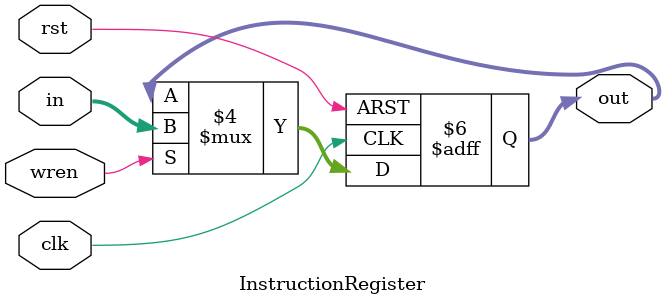
<source format=v>
module InstructionRegister(clk, rst, in, out, wren);

input rst, clk;
input wren;
input [31:0]in;

output [31:0]out;
reg [31:0]out;

always@(posedge clk or negedge rst)
begin

	if (rst == 1'b0)
		out <= 32'd0;
		
	else if (wren == 1'b1)
		out <= in;

end


endmodule
</source>
